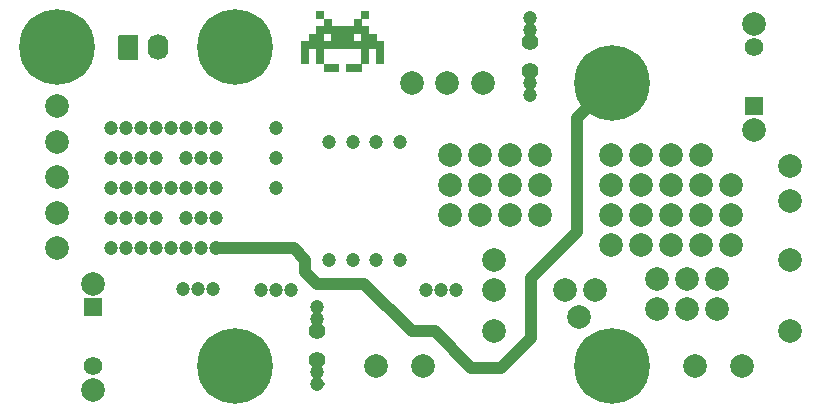
<source format=gbr>
%TF.GenerationSoftware,KiCad,Pcbnew,(5.1.9)-1*%
%TF.CreationDate,2021-06-06T22:36:32+02:00*%
%TF.ProjectId,Yarra_Experimenter,59617272-615f-4457-9870-6572696d656e,rev?*%
%TF.SameCoordinates,Original*%
%TF.FileFunction,Copper,L2,Bot*%
%TF.FilePolarity,Positive*%
%FSLAX46Y46*%
G04 Gerber Fmt 4.6, Leading zero omitted, Abs format (unit mm)*
G04 Created by KiCad (PCBNEW (5.1.9)-1) date 2021-06-06 22:36:32*
%MOMM*%
%LPD*%
G01*
G04 APERTURE LIST*
%TA.AperFunction,ComponentPad*%
%ADD10C,1.200000*%
%TD*%
%TA.AperFunction,ComponentPad*%
%ADD11C,2.000000*%
%TD*%
%TA.AperFunction,SMDPad,CuDef*%
%ADD12R,0.635000X0.635000*%
%TD*%
%TA.AperFunction,ComponentPad*%
%ADD13C,1.400000*%
%TD*%
%TA.AperFunction,ComponentPad*%
%ADD14C,1.575000*%
%TD*%
%TA.AperFunction,ComponentPad*%
%ADD15R,1.575000X1.575000*%
%TD*%
%TA.AperFunction,ConnectorPad*%
%ADD16C,6.400000*%
%TD*%
%TA.AperFunction,ComponentPad*%
%ADD17C,3.600000*%
%TD*%
%TA.AperFunction,ComponentPad*%
%ADD18O,1.740000X2.190000*%
%TD*%
%TA.AperFunction,ViaPad*%
%ADD19C,0.500000*%
%TD*%
%TA.AperFunction,Conductor*%
%ADD20C,1.000000*%
%TD*%
G04 APERTURE END LIST*
D10*
%TO.P,REF\u002A\u002A,1*%
%TO.N,GNDREF*%
X83790000Y-64500000D03*
%TD*%
%TO.P,REF\u002A\u002A,1*%
%TO.N,GNDREF*%
X82520000Y-64500000D03*
%TD*%
%TO.P,REF\u002A\u002A,1*%
%TO.N,GNDREF*%
X81250000Y-64500000D03*
%TD*%
%TO.P,REF\u002A\u002A,1*%
%TO.N,N/C*%
X71120000Y-53340000D03*
%TD*%
%TO.P,REF\u002A\u002A,1*%
%TO.N,N/C*%
X69850000Y-53340000D03*
%TD*%
%TO.P,REF\u002A\u002A,1*%
%TO.N,N/C*%
X68580000Y-53340000D03*
%TD*%
%TO.P,REF\u002A\u002A,1*%
%TO.N,N/C*%
X72390000Y-53340000D03*
%TD*%
%TO.P,REF\u002A\u002A,1*%
%TO.N,N/C*%
X76200000Y-53340000D03*
%TD*%
%TO.P,REF\u002A\u002A,1*%
%TO.N,N/C*%
X74930000Y-53340000D03*
%TD*%
%TO.P,REF\u002A\u002A,1*%
%TO.N,N/C*%
X77470000Y-53340000D03*
%TD*%
D11*
%TO.P,REF\u002A\u002A,1*%
%TO.N,GNDREF*%
X108204000Y-66802000D03*
%TD*%
D12*
%TO.P,REF\u002A\u002A,1*%
%TO.N,N/C*%
X89452500Y-45722500D03*
X88817500Y-45722500D03*
X87547500Y-45722500D03*
X86912500Y-45722500D03*
X86277500Y-45087500D03*
X86277500Y-44452500D03*
X90087500Y-45087500D03*
X90087500Y-44452500D03*
X91357500Y-45087500D03*
X91357500Y-44452500D03*
X85007500Y-45087500D03*
X85007500Y-44452500D03*
X85007500Y-43817500D03*
X85642500Y-43817500D03*
X86277500Y-43817500D03*
X86912500Y-43817500D03*
X87547500Y-43817500D03*
X88182500Y-43817500D03*
X88817500Y-43817500D03*
X89452500Y-43817500D03*
X90087500Y-43817500D03*
X90722500Y-43817500D03*
X91357500Y-43817500D03*
X90087500Y-41277500D03*
X86277500Y-41277500D03*
X86912500Y-41912500D03*
X89452500Y-41912500D03*
X86277500Y-42547500D03*
X86912500Y-42547500D03*
X87547500Y-42547500D03*
X88182500Y-42547500D03*
X88817500Y-42547500D03*
X89452500Y-42547500D03*
X90087500Y-42547500D03*
X90722500Y-43182500D03*
X90087500Y-43182500D03*
X85642500Y-43182500D03*
X86277500Y-43182500D03*
X88817500Y-43182500D03*
X87547500Y-43182500D03*
X88182500Y-43182500D03*
%TD*%
D10*
%TO.P,REF\u002A\u002A,1*%
%TO.N,Net-(C2-Pad1)*%
X77470000Y-60960000D03*
%TD*%
%TO.P,REF\u002A\u002A,1*%
%TO.N,Net-(C2-Pad1)*%
X76200000Y-60960000D03*
%TD*%
%TO.P,REF\u002A\u002A,1*%
%TO.N,Net-(C2-Pad1)*%
X74930000Y-60960000D03*
%TD*%
%TO.P,REF\u002A\u002A,1*%
%TO.N,Net-(C2-Pad1)*%
X73660000Y-60960000D03*
%TD*%
%TO.P,REF\u002A\u002A,1*%
%TO.N,Net-(C2-Pad1)*%
X72390000Y-60960000D03*
%TD*%
%TO.P,REF\u002A\u002A,1*%
%TO.N,Net-(C2-Pad1)*%
X71120000Y-60960000D03*
%TD*%
%TO.P,REF\u002A\u002A,1*%
%TO.N,Net-(C2-Pad1)*%
X69850000Y-60960000D03*
%TD*%
D11*
%TO.P,REF\u002A\u002A,1*%
%TO.N,Net-(C1-Pad2)*%
X91000000Y-71000000D03*
%TD*%
%TO.P,REF\u002A\u002A,1*%
%TO.N,N/C*%
X119856000Y-66167000D03*
%TD*%
%TO.P,REF\u002A\u002A,1*%
%TO.N,N/C*%
X119856000Y-63627000D03*
%TD*%
%TO.P,REF\u002A\u002A,1*%
%TO.N,N/C*%
X120999000Y-60706000D03*
%TD*%
%TO.P,REF\u002A\u002A,1*%
%TO.N,N/C*%
X120999000Y-55626000D03*
%TD*%
%TO.P,REF\u002A\u002A,1*%
%TO.N,N/C*%
X120999000Y-58166000D03*
%TD*%
%TO.P,REF\u002A\u002A,1*%
%TO.N,N/C*%
X114776000Y-66167000D03*
%TD*%
%TO.P,REF\u002A\u002A,1*%
%TO.N,N/C*%
X117316000Y-66167000D03*
%TD*%
%TO.P,REF\u002A\u002A,1*%
%TO.N,GNDREF*%
X109506000Y-64516000D03*
%TD*%
%TO.P,REF\u002A\u002A,1*%
%TO.N,N/C*%
X114776000Y-63627000D03*
%TD*%
%TO.P,REF\u002A\u002A,1*%
%TO.N,N/C*%
X117316000Y-63627000D03*
%TD*%
%TO.P,REF\u002A\u002A,1*%
%TO.N,N/C*%
X113379000Y-60706000D03*
%TD*%
%TO.P,REF\u002A\u002A,1*%
%TO.N,N/C*%
X115919000Y-60706000D03*
%TD*%
%TO.P,REF\u002A\u002A,1*%
%TO.N,N/C*%
X118459000Y-60706000D03*
%TD*%
%TO.P,REF\u002A\u002A,1*%
%TO.N,N/C*%
X113379000Y-58166000D03*
%TD*%
%TO.P,REF\u002A\u002A,1*%
%TO.N,N/C*%
X115919000Y-58166000D03*
%TD*%
%TO.P,REF\u002A\u002A,1*%
%TO.N,N/C*%
X118459000Y-58166000D03*
%TD*%
%TO.P,REF\u002A\u002A,1*%
%TO.N,N/C*%
X113379000Y-55626000D03*
%TD*%
%TO.P,REF\u002A\u002A,1*%
%TO.N,N/C*%
X115919000Y-55626000D03*
%TD*%
%TO.P,REF\u002A\u002A,1*%
%TO.N,N/C*%
X118459000Y-55626000D03*
%TD*%
%TO.P,REF\u002A\u002A,1*%
%TO.N,N/C*%
X104870000Y-53086000D03*
%TD*%
%TO.P,REF\u002A\u002A,1*%
%TO.N,N/C*%
X104870000Y-58166000D03*
%TD*%
%TO.P,REF\u002A\u002A,1*%
%TO.N,N/C*%
X104870000Y-55626000D03*
%TD*%
%TO.P,REF\u002A\u002A,1*%
%TO.N,N/C*%
X102330000Y-53086000D03*
%TD*%
%TO.P,REF\u002A\u002A,1*%
%TO.N,N/C*%
X102330000Y-58166000D03*
%TD*%
%TO.P,REF\u002A\u002A,1*%
%TO.N,N/C*%
X102330000Y-55626000D03*
%TD*%
%TO.P,REF\u002A\u002A,1*%
%TO.N,N/C*%
X99790000Y-53086000D03*
%TD*%
%TO.P,REF\u002A\u002A,1*%
%TO.N,N/C*%
X99790000Y-55626000D03*
%TD*%
%TO.P,REF\u002A\u002A,1*%
%TO.N,N/C*%
X99790000Y-58166000D03*
%TD*%
%TO.P,REF\u002A\u002A,1*%
%TO.N,N/C*%
X118459000Y-53086000D03*
%TD*%
%TO.P,REF\u002A\u002A,1*%
%TO.N,N/C*%
X115919000Y-53086000D03*
%TD*%
%TO.P,REF\u002A\u002A,1*%
%TO.N,N/C*%
X113379000Y-53086000D03*
%TD*%
%TO.P,REF\u002A\u002A,1*%
%TO.N,N/C*%
X110839000Y-53086000D03*
%TD*%
%TO.P,REF\u002A\u002A,1*%
%TO.N,GNDREF*%
X106966000Y-64516000D03*
%TD*%
%TO.P,REF\u002A\u002A,1*%
%TO.N,N/C*%
X110839000Y-60706000D03*
%TD*%
%TO.P,REF\u002A\u002A,1*%
%TO.N,N/C*%
X110839000Y-58166000D03*
%TD*%
%TO.P,REF\u002A\u002A,1*%
%TO.N,N/C*%
X110839000Y-55626000D03*
%TD*%
%TO.P,REF\u002A\u002A,1*%
%TO.N,N/C*%
X97250000Y-58166000D03*
%TD*%
%TO.P,REF\u002A\u002A,1*%
%TO.N,N/C*%
X97250000Y-55626000D03*
%TD*%
%TO.P,REF\u002A\u002A,1*%
%TO.N,N/C*%
X97250000Y-53086000D03*
%TD*%
D10*
%TO.P,REF\u002A\u002A,1*%
%TO.N,N/C*%
X77470000Y-58420000D03*
%TD*%
%TO.P,REF\u002A\u002A,1*%
%TO.N,N/C*%
X71120000Y-55880000D03*
%TD*%
%TO.P,REF\u002A\u002A,1*%
%TO.N,N/C*%
X71120000Y-50800000D03*
%TD*%
%TO.P,REF\u002A\u002A,1*%
%TO.N,N/C*%
X68580000Y-50800000D03*
%TD*%
%TO.P,REF\u002A\u002A,1*%
%TO.N,N/C*%
X68580000Y-50800000D03*
%TD*%
%TO.P,REF\u002A\u002A,1*%
%TO.N,N/C*%
X69850000Y-50800000D03*
%TD*%
%TO.P,REF\u002A\u002A,1*%
%TO.N,N/C*%
X69850000Y-50800000D03*
%TD*%
%TO.P,REF\u002A\u002A,1*%
%TO.N,N/C*%
X68580000Y-55880000D03*
%TD*%
%TO.P,REF\u002A\u002A,1*%
%TO.N,N/C*%
X68580000Y-55880000D03*
%TD*%
%TO.P,REF\u002A\u002A,1*%
%TO.N,N/C*%
X69850000Y-55880000D03*
%TD*%
%TO.P,REF\u002A\u002A,1*%
%TO.N,N/C*%
X69850000Y-55880000D03*
%TD*%
%TO.P,REF\u002A\u002A,1*%
%TO.N,Net-(C2-Pad1)*%
X68580000Y-60960000D03*
%TD*%
%TO.P,REF\u002A\u002A,1*%
%TO.N,GNDREF*%
X96520000Y-64500000D03*
%TD*%
%TO.P,REF\u002A\u002A,1*%
%TO.N,GNDREF*%
X97790000Y-64500000D03*
%TD*%
%TO.P,REF\u002A\u002A,1*%
%TO.N,GNDREF*%
X95250000Y-64500000D03*
%TD*%
%TO.P,REF\u002A\u002A,1*%
%TO.N,Net-(C1-Pad2)*%
X74680000Y-64460000D03*
%TD*%
%TO.P,REF\u002A\u002A,1*%
%TO.N,Net-(C1-Pad2)*%
X77220000Y-64460000D03*
%TD*%
%TO.P,REF\u002A\u002A,1*%
%TO.N,Net-(C1-Pad2)*%
X75950000Y-64460000D03*
%TD*%
%TO.P,REF\u002A\u002A,1*%
%TO.N,N/C*%
X68580000Y-58420000D03*
%TD*%
%TO.P,REF\u002A\u002A,1*%
%TO.N,N/C*%
X71120000Y-58420000D03*
%TD*%
%TO.P,REF\u002A\u002A,1*%
%TO.N,N/C*%
X69850000Y-58420000D03*
%TD*%
%TO.P,REF\u002A\u002A,1*%
%TO.N,N/C*%
X76200000Y-58420000D03*
%TD*%
%TO.P,REF\u002A\u002A,1*%
%TO.N,N/C*%
X74930000Y-58420000D03*
%TD*%
%TO.P,REF\u002A\u002A,1*%
%TO.N,N/C*%
X72390000Y-58420000D03*
%TD*%
%TO.P,REF\u002A\u002A,1*%
%TO.N,N/C*%
X77470000Y-50800000D03*
%TD*%
%TO.P,REF\u002A\u002A,1*%
%TO.N,N/C*%
X76200000Y-50800000D03*
%TD*%
%TO.P,REF\u002A\u002A,1*%
%TO.N,N/C*%
X73660000Y-50800000D03*
%TD*%
%TO.P,REF\u002A\u002A,1*%
%TO.N,N/C*%
X72390000Y-50800000D03*
%TD*%
%TO.P,REF\u002A\u002A,1*%
%TO.N,N/C*%
X74930000Y-50800000D03*
%TD*%
%TO.P,REF\u002A\u002A,1*%
%TO.N,Net-(H3-Pad1)*%
X82550000Y-55880000D03*
%TD*%
%TO.P,REF\u002A\u002A,1*%
%TO.N,Net-(H3-Pad1)*%
X82550000Y-50800000D03*
%TD*%
%TO.P,REF\u002A\u002A,1*%
%TO.N,Net-(H3-Pad1)*%
X82550000Y-53340000D03*
%TD*%
D11*
%TO.P,REF\u002A\u002A,1*%
%TO.N,Net-(C2-Pad1)*%
X100000000Y-47000000D03*
%TD*%
%TO.P,REF\u002A\u002A,1*%
%TO.N,Net-(C2-Pad1)*%
X97000000Y-47000000D03*
%TD*%
%TO.P,REF\u002A\u002A,1*%
%TO.N,Net-(C2-Pad1)*%
X94000000Y-47000000D03*
%TD*%
D10*
%TO.P,REF\u002A\u002A,1*%
%TO.N,N/C*%
X77470000Y-55880000D03*
%TD*%
%TO.P,REF\u002A\u002A,1*%
%TO.N,N/C*%
X76200000Y-55880000D03*
%TD*%
%TO.P,REF\u002A\u002A,1*%
%TO.N,N/C*%
X72390000Y-55880000D03*
%TD*%
D11*
%TO.P,REF\u002A\u002A,1*%
%TO.N,GNDREF*%
X64000000Y-61000000D03*
%TD*%
%TO.P,REF\u002A\u002A,1*%
%TO.N,GNDREF*%
X64000000Y-58000000D03*
%TD*%
%TO.P,REF\u002A\u002A,1*%
%TO.N,GNDREF*%
X64000000Y-52000000D03*
%TD*%
%TO.P,REF\u002A\u002A,1*%
%TO.N,GNDREF*%
X64000000Y-55000000D03*
%TD*%
%TO.P,REF\u002A\u002A,1*%
%TO.N,GNDREF*%
X64000000Y-49000000D03*
%TD*%
%TO.P,REF\u002A\u002A,1*%
%TO.N,Net-(C1-Pad2)*%
X95000000Y-71000000D03*
%TD*%
%TO.P,REF\u002A\u002A,1*%
%TO.N,Net-(C1-Pad2)*%
X101000000Y-62000000D03*
%TD*%
%TO.P,REF\u002A\u002A,1*%
%TO.N,Net-(C1-Pad2)*%
X101000000Y-68000000D03*
%TD*%
%TO.P,REF\u002A\u002A,1*%
%TO.N,Net-(C1-Pad2)*%
X101000000Y-64500000D03*
%TD*%
D10*
%TO.P,REF\u002A\u002A,1*%
%TO.N,Net-(C2-Pad1)*%
X104000000Y-48000000D03*
%TD*%
%TO.P,REF\u002A\u002A,1*%
%TO.N,Net-(C2-Pad1)*%
X104000000Y-47000000D03*
%TD*%
%TO.P,REF\u002A\u002A,1*%
%TO.N,GNDREF*%
X104000000Y-41500000D03*
%TD*%
%TO.P,REF\u002A\u002A,1*%
%TO.N,GNDREF*%
X104000000Y-42500000D03*
%TD*%
D13*
%TO.P,C4,2*%
%TO.N,GNDREF*%
X104000000Y-43500000D03*
%TO.P,C4,1*%
%TO.N,Net-(C2-Pad1)*%
X104000000Y-46000000D03*
%TD*%
%TO.P,C3,2*%
%TO.N,GNDREF*%
X86000000Y-68000000D03*
%TO.P,C3,1*%
%TO.N,Net-(C1-Pad2)*%
X86000000Y-70500000D03*
%TD*%
D11*
%TO.P,REF\u002A\u002A,1*%
%TO.N,GNDREF*%
X123000000Y-42000000D03*
%TD*%
D10*
%TO.P,REF\u002A\u002A,1*%
%TO.N,N/C*%
X73660000Y-55880000D03*
%TD*%
%TO.P,REF\u002A\u002A,1*%
%TO.N,N/C*%
X74930000Y-55880000D03*
%TD*%
D14*
%TO.P,C1,2*%
%TO.N,Net-(C1-Pad2)*%
X67000000Y-71000000D03*
D15*
%TO.P,C1,1*%
%TO.N,GNDREF*%
X67000000Y-66000000D03*
%TD*%
D14*
%TO.P,C2,2*%
%TO.N,GNDREF*%
X123000000Y-44000000D03*
D15*
%TO.P,C2,1*%
%TO.N,Net-(C2-Pad1)*%
X123000000Y-49000000D03*
%TD*%
D10*
%TO.P,REF\u002A\u002A,1*%
%TO.N,N/C*%
X93000000Y-62000000D03*
%TD*%
%TO.P,REF\u002A\u002A,1*%
%TO.N,N/C*%
X91000000Y-62000000D03*
%TD*%
%TO.P,REF\u002A\u002A,1*%
%TO.N,N/C*%
X89000000Y-62000000D03*
%TD*%
%TO.P,REF\u002A\u002A,1*%
%TO.N,N/C*%
X87000000Y-62000000D03*
%TD*%
%TO.P,REF\u002A\u002A,1*%
%TO.N,N/C*%
X93000000Y-52000000D03*
%TD*%
%TO.P,REF\u002A\u002A,1*%
%TO.N,N/C*%
X91000000Y-52000000D03*
%TD*%
%TO.P,REF\u002A\u002A,1*%
%TO.N,N/C*%
X89000000Y-52000000D03*
%TD*%
%TO.P,REF\u002A\u002A,1*%
%TO.N,N/C*%
X87000000Y-52000000D03*
%TD*%
D11*
%TO.P,REF\u002A\u002A,1*%
%TO.N,Net-(H4-Pad1)*%
X118000000Y-71000000D03*
%TD*%
%TO.P,REF\u002A\u002A,1*%
%TO.N,Net-(H4-Pad1)*%
X126000000Y-62000000D03*
%TD*%
%TO.P,REF\u002A\u002A,1*%
%TO.N,Net-(H4-Pad1)*%
X122000000Y-71000000D03*
%TD*%
%TO.P,REF\u002A\u002A,1*%
%TO.N,Net-(C2-Pad1)*%
X123000000Y-51000000D03*
%TD*%
%TO.P,REF\u002A\u002A,1*%
%TO.N,Net-(C1-Pad2)*%
X67000000Y-73000000D03*
%TD*%
%TO.P,REF\u002A\u002A,1*%
%TO.N,GNDREF*%
X67000000Y-64000000D03*
%TD*%
%TO.P,REF\u002A\u002A,1*%
%TO.N,Net-(H4-Pad1)*%
X126000000Y-68000000D03*
%TD*%
%TO.P,REF\u002A\u002A,1*%
%TO.N,Net-(C2-Pad1)*%
X126000000Y-54000000D03*
%TD*%
%TO.P,REF\u002A\u002A,1*%
%TO.N,Net-(C2-Pad1)*%
X126000000Y-57000000D03*
%TD*%
D10*
%TO.P,REF\u002A\u002A,1*%
%TO.N,Net-(C1-Pad2)*%
X86000000Y-71500000D03*
%TD*%
%TO.P,REF\u002A\u002A,1*%
%TO.N,Net-(C1-Pad2)*%
X86000000Y-72500000D03*
%TD*%
%TO.P,REF\u002A\u002A,1*%
%TO.N,GNDREF*%
X86000000Y-66000000D03*
%TD*%
%TO.P,REF\u002A\u002A,1*%
%TO.N,GNDREF*%
X86000000Y-67000000D03*
%TD*%
D16*
%TO.P,H5,1*%
%TO.N,GNDREF*%
X64000000Y-44000000D03*
D17*
X64000000Y-44000000D03*
%TD*%
D16*
%TO.P,H1,1*%
%TO.N,Net-(C2-Pad1)*%
X111000000Y-47000000D03*
D17*
X111000000Y-47000000D03*
%TD*%
D16*
%TO.P,H2,1*%
%TO.N,Net-(C1-Pad2)*%
X79000000Y-71000000D03*
D17*
X79000000Y-71000000D03*
%TD*%
D16*
%TO.P,H3,1*%
%TO.N,Net-(H3-Pad1)*%
X79000000Y-44000000D03*
D17*
X79000000Y-44000000D03*
%TD*%
D16*
%TO.P,H4,1*%
%TO.N,Net-(H4-Pad1)*%
X111000000Y-71000000D03*
D17*
X111000000Y-71000000D03*
%TD*%
D18*
%TO.P,GND,2*%
%TO.N,GNDREF*%
X72540000Y-44000000D03*
%TO.P,GND,1*%
%TA.AperFunction,ComponentPad*%
G36*
G01*
X69130000Y-44845001D02*
X69130000Y-43154999D01*
G75*
G02*
X69379999Y-42905000I249999J0D01*
G01*
X70620001Y-42905000D01*
G75*
G02*
X70870000Y-43154999I0J-249999D01*
G01*
X70870000Y-44845001D01*
G75*
G02*
X70620001Y-45095000I-249999J0D01*
G01*
X69379999Y-45095000D01*
G75*
G02*
X69130000Y-44845001I0J249999D01*
G01*
G37*
%TD.AperFunction*%
%TD*%
D19*
%TO.N,Net-(H3-Pad1)*%
X79000000Y-46600000D03*
X81500000Y-43900000D03*
X76400000Y-43900000D03*
X79000000Y-41400000D03*
X77300000Y-42100000D03*
X80700000Y-42000000D03*
X80800000Y-45900000D03*
X77200000Y-45900000D03*
%TO.N,Net-(H4-Pad1)*%
X111000000Y-68300000D03*
X111000000Y-73600000D03*
X113600000Y-70900000D03*
X108500000Y-70900000D03*
X109300000Y-69000000D03*
X112800000Y-69000000D03*
X113000000Y-72800000D03*
X109200000Y-72800000D03*
%TO.N,GNDREF*%
X64100000Y-41400000D03*
X64000000Y-46600000D03*
X66600000Y-44000000D03*
X61400000Y-44000000D03*
X62100000Y-42300000D03*
X65800000Y-42100000D03*
X65800000Y-45800000D03*
X62300000Y-46000000D03*
%TO.N,Net-(C1-Pad2)*%
X86400000Y-72500000D03*
X79000000Y-73600000D03*
X79100000Y-68400000D03*
X80800000Y-69200000D03*
X77300000Y-69100000D03*
X80700000Y-73000000D03*
X81500000Y-71000000D03*
X76500000Y-71000000D03*
X77500000Y-73000000D03*
%TO.N,Net-(C2-Pad1)*%
X111000000Y-44400000D03*
X111000000Y-49600000D03*
X113600000Y-46900000D03*
X108400000Y-46900000D03*
X109200000Y-45200000D03*
X112800000Y-45100000D03*
X113000000Y-48700000D03*
X109300000Y-48900000D03*
%TD*%
D20*
%TO.N,Net-(C2-Pad1)*%
X108000000Y-50000000D02*
X111000000Y-47000000D01*
X108000000Y-59640000D02*
X108000000Y-50000000D01*
X77470000Y-60960000D02*
X77510000Y-61000000D01*
X84000000Y-61000000D02*
X85000000Y-62000000D01*
X86000000Y-64000000D02*
X90000000Y-64000000D01*
X77510000Y-61000000D02*
X84000000Y-61000000D01*
X85000000Y-62000000D02*
X85000000Y-63000000D01*
X85000000Y-63000000D02*
X86000000Y-64000000D01*
X90000000Y-64000000D02*
X94000000Y-68000000D01*
X94000000Y-68000000D02*
X95940000Y-68000000D01*
X95940000Y-68000000D02*
X99060000Y-71120000D01*
X99060000Y-71120000D02*
X101600000Y-71120000D01*
X104140000Y-68580000D02*
X104140000Y-63500000D01*
X101600000Y-71120000D02*
X104140000Y-68580000D01*
X104140000Y-63500000D02*
X108000000Y-59640000D01*
%TD*%
M02*

</source>
